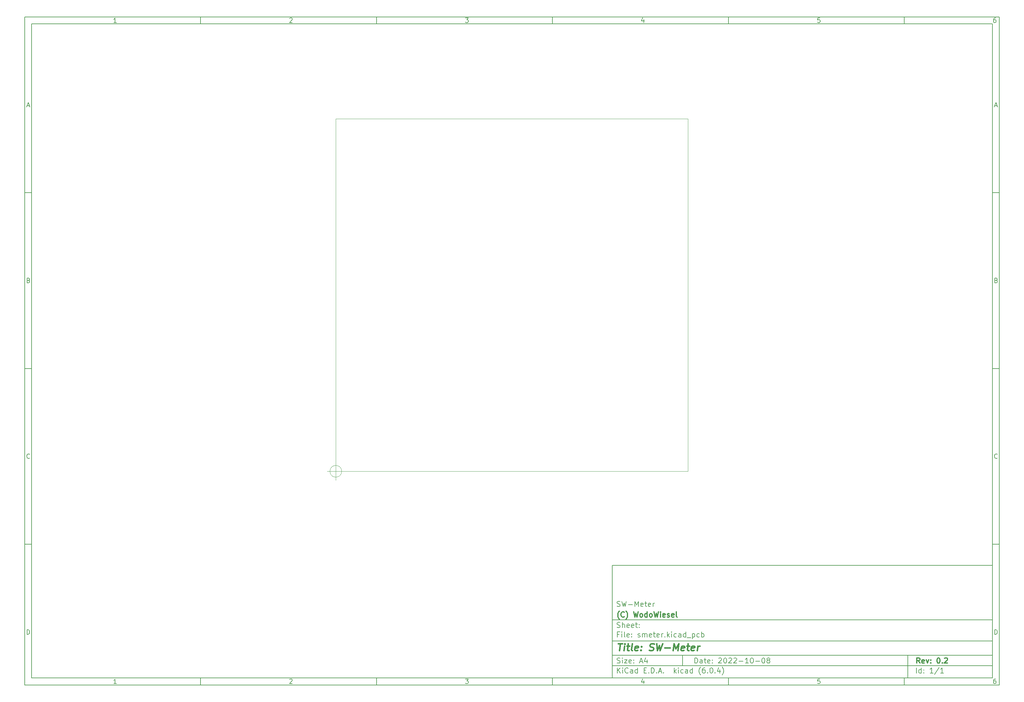
<source format=gbr>
%TF.GenerationSoftware,KiCad,Pcbnew,(6.0.4)*%
%TF.CreationDate,2022-10-08T16:22:46+02:00*%
%TF.ProjectId,smeter,736d6574-6572-42e6-9b69-6361645f7063,0.2*%
%TF.SameCoordinates,PX5de3a50PY84ba458*%
%TF.FileFunction,Paste,Bot*%
%TF.FilePolarity,Positive*%
%FSLAX46Y46*%
G04 Gerber Fmt 4.6, Leading zero omitted, Abs format (unit mm)*
G04 Created by KiCad (PCBNEW (6.0.4)) date 2022-10-08 16:22:46*
%MOMM*%
%LPD*%
G01*
G04 APERTURE LIST*
%ADD10C,0.100000*%
%ADD11C,0.150000*%
%ADD12C,0.300000*%
%ADD13C,0.400000*%
%TA.AperFunction,Profile*%
%ADD14C,0.100000*%
%TD*%
G04 APERTURE END LIST*
D10*
D11*
X78552200Y-26832200D02*
X78552200Y-58832200D01*
X186552200Y-58832200D01*
X186552200Y-26832200D01*
X78552200Y-26832200D01*
D10*
D11*
X-88450000Y129175000D02*
X-88450000Y-60832200D01*
X188552200Y-60832200D01*
X188552200Y129175000D01*
X-88450000Y129175000D01*
D10*
D11*
X-86450000Y127175000D02*
X-86450000Y-58832200D01*
X186552200Y-58832200D01*
X186552200Y127175000D01*
X-86450000Y127175000D01*
D10*
D11*
X-38450000Y127175000D02*
X-38450000Y129175000D01*
D10*
D11*
X11550000Y127175000D02*
X11550000Y129175000D01*
D10*
D11*
X61550000Y127175000D02*
X61550000Y129175000D01*
D10*
D11*
X111550000Y127175000D02*
X111550000Y129175000D01*
D10*
D11*
X161550000Y127175000D02*
X161550000Y129175000D01*
D10*
D11*
X-62384524Y127586905D02*
X-63127381Y127586905D01*
X-62755953Y127586905D02*
X-62755953Y128886905D01*
X-62879762Y128701191D01*
X-63003572Y128577381D01*
X-63127381Y128515477D01*
D10*
D11*
X-13127381Y128763096D02*
X-13065477Y128825000D01*
X-12941667Y128886905D01*
X-12632143Y128886905D01*
X-12508334Y128825000D01*
X-12446429Y128763096D01*
X-12384524Y128639286D01*
X-12384524Y128515477D01*
X-12446429Y128329762D01*
X-13189286Y127586905D01*
X-12384524Y127586905D01*
D10*
D11*
X36810714Y128886905D02*
X37615476Y128886905D01*
X37182142Y128391667D01*
X37367857Y128391667D01*
X37491666Y128329762D01*
X37553571Y128267858D01*
X37615476Y128144048D01*
X37615476Y127834524D01*
X37553571Y127710715D01*
X37491666Y127648810D01*
X37367857Y127586905D01*
X36996428Y127586905D01*
X36872619Y127648810D01*
X36810714Y127710715D01*
D10*
D11*
X87491666Y128453572D02*
X87491666Y127586905D01*
X87182142Y128948810D02*
X86872619Y128020239D01*
X87677380Y128020239D01*
D10*
D11*
X137553571Y128886905D02*
X136934523Y128886905D01*
X136872619Y128267858D01*
X136934523Y128329762D01*
X137058333Y128391667D01*
X137367857Y128391667D01*
X137491666Y128329762D01*
X137553571Y128267858D01*
X137615476Y128144048D01*
X137615476Y127834524D01*
X137553571Y127710715D01*
X137491666Y127648810D01*
X137367857Y127586905D01*
X137058333Y127586905D01*
X136934523Y127648810D01*
X136872619Y127710715D01*
D10*
D11*
X187491666Y128886905D02*
X187244047Y128886905D01*
X187120238Y128825000D01*
X187058333Y128763096D01*
X186934523Y128577381D01*
X186872619Y128329762D01*
X186872619Y127834524D01*
X186934523Y127710715D01*
X186996428Y127648810D01*
X187120238Y127586905D01*
X187367857Y127586905D01*
X187491666Y127648810D01*
X187553571Y127710715D01*
X187615476Y127834524D01*
X187615476Y128144048D01*
X187553571Y128267858D01*
X187491666Y128329762D01*
X187367857Y128391667D01*
X187120238Y128391667D01*
X186996428Y128329762D01*
X186934523Y128267858D01*
X186872619Y128144048D01*
D10*
D11*
X-38450000Y-58832200D02*
X-38450000Y-60832200D01*
D10*
D11*
X11550000Y-58832200D02*
X11550000Y-60832200D01*
D10*
D11*
X61550000Y-58832200D02*
X61550000Y-60832200D01*
D10*
D11*
X111550000Y-58832200D02*
X111550000Y-60832200D01*
D10*
D11*
X161550000Y-58832200D02*
X161550000Y-60832200D01*
D10*
D11*
X-62384524Y-60420295D02*
X-63127381Y-60420295D01*
X-62755953Y-60420295D02*
X-62755953Y-59120295D01*
X-62879762Y-59306009D01*
X-63003572Y-59429819D01*
X-63127381Y-59491723D01*
D10*
D11*
X-13127381Y-59244104D02*
X-13065477Y-59182200D01*
X-12941667Y-59120295D01*
X-12632143Y-59120295D01*
X-12508334Y-59182200D01*
X-12446429Y-59244104D01*
X-12384524Y-59367914D01*
X-12384524Y-59491723D01*
X-12446429Y-59677438D01*
X-13189286Y-60420295D01*
X-12384524Y-60420295D01*
D10*
D11*
X36810714Y-59120295D02*
X37615476Y-59120295D01*
X37182142Y-59615533D01*
X37367857Y-59615533D01*
X37491666Y-59677438D01*
X37553571Y-59739342D01*
X37615476Y-59863152D01*
X37615476Y-60172676D01*
X37553571Y-60296485D01*
X37491666Y-60358390D01*
X37367857Y-60420295D01*
X36996428Y-60420295D01*
X36872619Y-60358390D01*
X36810714Y-60296485D01*
D10*
D11*
X87491666Y-59553628D02*
X87491666Y-60420295D01*
X87182142Y-59058390D02*
X86872619Y-59986961D01*
X87677380Y-59986961D01*
D10*
D11*
X137553571Y-59120295D02*
X136934523Y-59120295D01*
X136872619Y-59739342D01*
X136934523Y-59677438D01*
X137058333Y-59615533D01*
X137367857Y-59615533D01*
X137491666Y-59677438D01*
X137553571Y-59739342D01*
X137615476Y-59863152D01*
X137615476Y-60172676D01*
X137553571Y-60296485D01*
X137491666Y-60358390D01*
X137367857Y-60420295D01*
X137058333Y-60420295D01*
X136934523Y-60358390D01*
X136872619Y-60296485D01*
D10*
D11*
X187491666Y-59120295D02*
X187244047Y-59120295D01*
X187120238Y-59182200D01*
X187058333Y-59244104D01*
X186934523Y-59429819D01*
X186872619Y-59677438D01*
X186872619Y-60172676D01*
X186934523Y-60296485D01*
X186996428Y-60358390D01*
X187120238Y-60420295D01*
X187367857Y-60420295D01*
X187491666Y-60358390D01*
X187553571Y-60296485D01*
X187615476Y-60172676D01*
X187615476Y-59863152D01*
X187553571Y-59739342D01*
X187491666Y-59677438D01*
X187367857Y-59615533D01*
X187120238Y-59615533D01*
X186996428Y-59677438D01*
X186934523Y-59739342D01*
X186872619Y-59863152D01*
D10*
D11*
X-88450000Y79175000D02*
X-86450000Y79175000D01*
D10*
D11*
X-88450000Y29175000D02*
X-86450000Y29175000D01*
D10*
D11*
X-88450000Y-20825000D02*
X-86450000Y-20825000D01*
D10*
D11*
X-87759524Y103958334D02*
X-87140477Y103958334D01*
X-87883334Y103586905D02*
X-87450000Y104886905D01*
X-87016667Y103586905D01*
D10*
D11*
X-87357143Y54267858D02*
X-87171429Y54205953D01*
X-87109524Y54144048D01*
X-87047620Y54020239D01*
X-87047620Y53834524D01*
X-87109524Y53710715D01*
X-87171429Y53648810D01*
X-87295239Y53586905D01*
X-87790477Y53586905D01*
X-87790477Y54886905D01*
X-87357143Y54886905D01*
X-87233334Y54825000D01*
X-87171429Y54763096D01*
X-87109524Y54639286D01*
X-87109524Y54515477D01*
X-87171429Y54391667D01*
X-87233334Y54329762D01*
X-87357143Y54267858D01*
X-87790477Y54267858D01*
D10*
D11*
X-87047620Y3710715D02*
X-87109524Y3648810D01*
X-87295239Y3586905D01*
X-87419048Y3586905D01*
X-87604762Y3648810D01*
X-87728572Y3772620D01*
X-87790477Y3896429D01*
X-87852381Y4144048D01*
X-87852381Y4329762D01*
X-87790477Y4577381D01*
X-87728572Y4701191D01*
X-87604762Y4825000D01*
X-87419048Y4886905D01*
X-87295239Y4886905D01*
X-87109524Y4825000D01*
X-87047620Y4763096D01*
D10*
D11*
X-87790477Y-46413095D02*
X-87790477Y-45113095D01*
X-87480953Y-45113095D01*
X-87295239Y-45175000D01*
X-87171429Y-45298809D01*
X-87109524Y-45422619D01*
X-87047620Y-45670238D01*
X-87047620Y-45855952D01*
X-87109524Y-46103571D01*
X-87171429Y-46227380D01*
X-87295239Y-46351190D01*
X-87480953Y-46413095D01*
X-87790477Y-46413095D01*
D10*
D11*
X188552200Y79175000D02*
X186552200Y79175000D01*
D10*
D11*
X188552200Y29175000D02*
X186552200Y29175000D01*
D10*
D11*
X188552200Y-20825000D02*
X186552200Y-20825000D01*
D10*
D11*
X187242676Y103958334D02*
X187861723Y103958334D01*
X187118866Y103586905D02*
X187552200Y104886905D01*
X187985533Y103586905D01*
D10*
D11*
X187645057Y54267858D02*
X187830771Y54205953D01*
X187892676Y54144048D01*
X187954580Y54020239D01*
X187954580Y53834524D01*
X187892676Y53710715D01*
X187830771Y53648810D01*
X187706961Y53586905D01*
X187211723Y53586905D01*
X187211723Y54886905D01*
X187645057Y54886905D01*
X187768866Y54825000D01*
X187830771Y54763096D01*
X187892676Y54639286D01*
X187892676Y54515477D01*
X187830771Y54391667D01*
X187768866Y54329762D01*
X187645057Y54267858D01*
X187211723Y54267858D01*
D10*
D11*
X187954580Y3710715D02*
X187892676Y3648810D01*
X187706961Y3586905D01*
X187583152Y3586905D01*
X187397438Y3648810D01*
X187273628Y3772620D01*
X187211723Y3896429D01*
X187149819Y4144048D01*
X187149819Y4329762D01*
X187211723Y4577381D01*
X187273628Y4701191D01*
X187397438Y4825000D01*
X187583152Y4886905D01*
X187706961Y4886905D01*
X187892676Y4825000D01*
X187954580Y4763096D01*
D10*
D11*
X187211723Y-46413095D02*
X187211723Y-45113095D01*
X187521247Y-45113095D01*
X187706961Y-45175000D01*
X187830771Y-45298809D01*
X187892676Y-45422619D01*
X187954580Y-45670238D01*
X187954580Y-45855952D01*
X187892676Y-46103571D01*
X187830771Y-46227380D01*
X187706961Y-46351190D01*
X187521247Y-46413095D01*
X187211723Y-46413095D01*
D10*
D11*
X101984342Y-54610771D02*
X101984342Y-53110771D01*
X102341485Y-53110771D01*
X102555771Y-53182200D01*
X102698628Y-53325057D01*
X102770057Y-53467914D01*
X102841485Y-53753628D01*
X102841485Y-53967914D01*
X102770057Y-54253628D01*
X102698628Y-54396485D01*
X102555771Y-54539342D01*
X102341485Y-54610771D01*
X101984342Y-54610771D01*
X104127200Y-54610771D02*
X104127200Y-53825057D01*
X104055771Y-53682200D01*
X103912914Y-53610771D01*
X103627200Y-53610771D01*
X103484342Y-53682200D01*
X104127200Y-54539342D02*
X103984342Y-54610771D01*
X103627200Y-54610771D01*
X103484342Y-54539342D01*
X103412914Y-54396485D01*
X103412914Y-54253628D01*
X103484342Y-54110771D01*
X103627200Y-54039342D01*
X103984342Y-54039342D01*
X104127200Y-53967914D01*
X104627200Y-53610771D02*
X105198628Y-53610771D01*
X104841485Y-53110771D02*
X104841485Y-54396485D01*
X104912914Y-54539342D01*
X105055771Y-54610771D01*
X105198628Y-54610771D01*
X106270057Y-54539342D02*
X106127200Y-54610771D01*
X105841485Y-54610771D01*
X105698628Y-54539342D01*
X105627200Y-54396485D01*
X105627200Y-53825057D01*
X105698628Y-53682200D01*
X105841485Y-53610771D01*
X106127200Y-53610771D01*
X106270057Y-53682200D01*
X106341485Y-53825057D01*
X106341485Y-53967914D01*
X105627200Y-54110771D01*
X106984342Y-54467914D02*
X107055771Y-54539342D01*
X106984342Y-54610771D01*
X106912914Y-54539342D01*
X106984342Y-54467914D01*
X106984342Y-54610771D01*
X106984342Y-53682200D02*
X107055771Y-53753628D01*
X106984342Y-53825057D01*
X106912914Y-53753628D01*
X106984342Y-53682200D01*
X106984342Y-53825057D01*
X108770057Y-53253628D02*
X108841485Y-53182200D01*
X108984342Y-53110771D01*
X109341485Y-53110771D01*
X109484342Y-53182200D01*
X109555771Y-53253628D01*
X109627200Y-53396485D01*
X109627200Y-53539342D01*
X109555771Y-53753628D01*
X108698628Y-54610771D01*
X109627200Y-54610771D01*
X110555771Y-53110771D02*
X110698628Y-53110771D01*
X110841485Y-53182200D01*
X110912914Y-53253628D01*
X110984342Y-53396485D01*
X111055771Y-53682200D01*
X111055771Y-54039342D01*
X110984342Y-54325057D01*
X110912914Y-54467914D01*
X110841485Y-54539342D01*
X110698628Y-54610771D01*
X110555771Y-54610771D01*
X110412914Y-54539342D01*
X110341485Y-54467914D01*
X110270057Y-54325057D01*
X110198628Y-54039342D01*
X110198628Y-53682200D01*
X110270057Y-53396485D01*
X110341485Y-53253628D01*
X110412914Y-53182200D01*
X110555771Y-53110771D01*
X111627200Y-53253628D02*
X111698628Y-53182200D01*
X111841485Y-53110771D01*
X112198628Y-53110771D01*
X112341485Y-53182200D01*
X112412914Y-53253628D01*
X112484342Y-53396485D01*
X112484342Y-53539342D01*
X112412914Y-53753628D01*
X111555771Y-54610771D01*
X112484342Y-54610771D01*
X113055771Y-53253628D02*
X113127200Y-53182200D01*
X113270057Y-53110771D01*
X113627200Y-53110771D01*
X113770057Y-53182200D01*
X113841485Y-53253628D01*
X113912914Y-53396485D01*
X113912914Y-53539342D01*
X113841485Y-53753628D01*
X112984342Y-54610771D01*
X113912914Y-54610771D01*
X114555771Y-54039342D02*
X115698628Y-54039342D01*
X117198628Y-54610771D02*
X116341485Y-54610771D01*
X116770057Y-54610771D02*
X116770057Y-53110771D01*
X116627200Y-53325057D01*
X116484342Y-53467914D01*
X116341485Y-53539342D01*
X118127200Y-53110771D02*
X118270057Y-53110771D01*
X118412914Y-53182200D01*
X118484342Y-53253628D01*
X118555771Y-53396485D01*
X118627200Y-53682200D01*
X118627200Y-54039342D01*
X118555771Y-54325057D01*
X118484342Y-54467914D01*
X118412914Y-54539342D01*
X118270057Y-54610771D01*
X118127200Y-54610771D01*
X117984342Y-54539342D01*
X117912914Y-54467914D01*
X117841485Y-54325057D01*
X117770057Y-54039342D01*
X117770057Y-53682200D01*
X117841485Y-53396485D01*
X117912914Y-53253628D01*
X117984342Y-53182200D01*
X118127200Y-53110771D01*
X119270057Y-54039342D02*
X120412914Y-54039342D01*
X121412914Y-53110771D02*
X121555771Y-53110771D01*
X121698628Y-53182200D01*
X121770057Y-53253628D01*
X121841485Y-53396485D01*
X121912914Y-53682200D01*
X121912914Y-54039342D01*
X121841485Y-54325057D01*
X121770057Y-54467914D01*
X121698628Y-54539342D01*
X121555771Y-54610771D01*
X121412914Y-54610771D01*
X121270057Y-54539342D01*
X121198628Y-54467914D01*
X121127200Y-54325057D01*
X121055771Y-54039342D01*
X121055771Y-53682200D01*
X121127200Y-53396485D01*
X121198628Y-53253628D01*
X121270057Y-53182200D01*
X121412914Y-53110771D01*
X122770057Y-53753628D02*
X122627200Y-53682200D01*
X122555771Y-53610771D01*
X122484342Y-53467914D01*
X122484342Y-53396485D01*
X122555771Y-53253628D01*
X122627200Y-53182200D01*
X122770057Y-53110771D01*
X123055771Y-53110771D01*
X123198628Y-53182200D01*
X123270057Y-53253628D01*
X123341485Y-53396485D01*
X123341485Y-53467914D01*
X123270057Y-53610771D01*
X123198628Y-53682200D01*
X123055771Y-53753628D01*
X122770057Y-53753628D01*
X122627200Y-53825057D01*
X122555771Y-53896485D01*
X122484342Y-54039342D01*
X122484342Y-54325057D01*
X122555771Y-54467914D01*
X122627200Y-54539342D01*
X122770057Y-54610771D01*
X123055771Y-54610771D01*
X123198628Y-54539342D01*
X123270057Y-54467914D01*
X123341485Y-54325057D01*
X123341485Y-54039342D01*
X123270057Y-53896485D01*
X123198628Y-53825057D01*
X123055771Y-53753628D01*
D10*
D11*
X78552200Y-55332200D02*
X186552200Y-55332200D01*
D10*
D11*
X79984342Y-57410771D02*
X79984342Y-55910771D01*
X80841485Y-57410771D02*
X80198628Y-56553628D01*
X80841485Y-55910771D02*
X79984342Y-56767914D01*
X81484342Y-57410771D02*
X81484342Y-56410771D01*
X81484342Y-55910771D02*
X81412914Y-55982200D01*
X81484342Y-56053628D01*
X81555771Y-55982200D01*
X81484342Y-55910771D01*
X81484342Y-56053628D01*
X83055771Y-57267914D02*
X82984342Y-57339342D01*
X82770057Y-57410771D01*
X82627200Y-57410771D01*
X82412914Y-57339342D01*
X82270057Y-57196485D01*
X82198628Y-57053628D01*
X82127200Y-56767914D01*
X82127200Y-56553628D01*
X82198628Y-56267914D01*
X82270057Y-56125057D01*
X82412914Y-55982200D01*
X82627200Y-55910771D01*
X82770057Y-55910771D01*
X82984342Y-55982200D01*
X83055771Y-56053628D01*
X84341485Y-57410771D02*
X84341485Y-56625057D01*
X84270057Y-56482200D01*
X84127200Y-56410771D01*
X83841485Y-56410771D01*
X83698628Y-56482200D01*
X84341485Y-57339342D02*
X84198628Y-57410771D01*
X83841485Y-57410771D01*
X83698628Y-57339342D01*
X83627200Y-57196485D01*
X83627200Y-57053628D01*
X83698628Y-56910771D01*
X83841485Y-56839342D01*
X84198628Y-56839342D01*
X84341485Y-56767914D01*
X85698628Y-57410771D02*
X85698628Y-55910771D01*
X85698628Y-57339342D02*
X85555771Y-57410771D01*
X85270057Y-57410771D01*
X85127200Y-57339342D01*
X85055771Y-57267914D01*
X84984342Y-57125057D01*
X84984342Y-56696485D01*
X85055771Y-56553628D01*
X85127200Y-56482200D01*
X85270057Y-56410771D01*
X85555771Y-56410771D01*
X85698628Y-56482200D01*
X87555771Y-56625057D02*
X88055771Y-56625057D01*
X88270057Y-57410771D02*
X87555771Y-57410771D01*
X87555771Y-55910771D01*
X88270057Y-55910771D01*
X88912914Y-57267914D02*
X88984342Y-57339342D01*
X88912914Y-57410771D01*
X88841485Y-57339342D01*
X88912914Y-57267914D01*
X88912914Y-57410771D01*
X89627200Y-57410771D02*
X89627200Y-55910771D01*
X89984342Y-55910771D01*
X90198628Y-55982200D01*
X90341485Y-56125057D01*
X90412914Y-56267914D01*
X90484342Y-56553628D01*
X90484342Y-56767914D01*
X90412914Y-57053628D01*
X90341485Y-57196485D01*
X90198628Y-57339342D01*
X89984342Y-57410771D01*
X89627200Y-57410771D01*
X91127200Y-57267914D02*
X91198628Y-57339342D01*
X91127200Y-57410771D01*
X91055771Y-57339342D01*
X91127200Y-57267914D01*
X91127200Y-57410771D01*
X91770057Y-56982200D02*
X92484342Y-56982200D01*
X91627200Y-57410771D02*
X92127200Y-55910771D01*
X92627200Y-57410771D01*
X93127200Y-57267914D02*
X93198628Y-57339342D01*
X93127200Y-57410771D01*
X93055771Y-57339342D01*
X93127200Y-57267914D01*
X93127200Y-57410771D01*
X96127200Y-57410771D02*
X96127200Y-55910771D01*
X96270057Y-56839342D02*
X96698628Y-57410771D01*
X96698628Y-56410771D02*
X96127200Y-56982200D01*
X97341485Y-57410771D02*
X97341485Y-56410771D01*
X97341485Y-55910771D02*
X97270057Y-55982200D01*
X97341485Y-56053628D01*
X97412914Y-55982200D01*
X97341485Y-55910771D01*
X97341485Y-56053628D01*
X98698628Y-57339342D02*
X98555771Y-57410771D01*
X98270057Y-57410771D01*
X98127200Y-57339342D01*
X98055771Y-57267914D01*
X97984342Y-57125057D01*
X97984342Y-56696485D01*
X98055771Y-56553628D01*
X98127200Y-56482200D01*
X98270057Y-56410771D01*
X98555771Y-56410771D01*
X98698628Y-56482200D01*
X99984342Y-57410771D02*
X99984342Y-56625057D01*
X99912914Y-56482200D01*
X99770057Y-56410771D01*
X99484342Y-56410771D01*
X99341485Y-56482200D01*
X99984342Y-57339342D02*
X99841485Y-57410771D01*
X99484342Y-57410771D01*
X99341485Y-57339342D01*
X99270057Y-57196485D01*
X99270057Y-57053628D01*
X99341485Y-56910771D01*
X99484342Y-56839342D01*
X99841485Y-56839342D01*
X99984342Y-56767914D01*
X101341485Y-57410771D02*
X101341485Y-55910771D01*
X101341485Y-57339342D02*
X101198628Y-57410771D01*
X100912914Y-57410771D01*
X100770057Y-57339342D01*
X100698628Y-57267914D01*
X100627200Y-57125057D01*
X100627200Y-56696485D01*
X100698628Y-56553628D01*
X100770057Y-56482200D01*
X100912914Y-56410771D01*
X101198628Y-56410771D01*
X101341485Y-56482200D01*
X103627200Y-57982200D02*
X103555771Y-57910771D01*
X103412914Y-57696485D01*
X103341485Y-57553628D01*
X103270057Y-57339342D01*
X103198628Y-56982200D01*
X103198628Y-56696485D01*
X103270057Y-56339342D01*
X103341485Y-56125057D01*
X103412914Y-55982200D01*
X103555771Y-55767914D01*
X103627200Y-55696485D01*
X104841485Y-55910771D02*
X104555771Y-55910771D01*
X104412914Y-55982200D01*
X104341485Y-56053628D01*
X104198628Y-56267914D01*
X104127200Y-56553628D01*
X104127200Y-57125057D01*
X104198628Y-57267914D01*
X104270057Y-57339342D01*
X104412914Y-57410771D01*
X104698628Y-57410771D01*
X104841485Y-57339342D01*
X104912914Y-57267914D01*
X104984342Y-57125057D01*
X104984342Y-56767914D01*
X104912914Y-56625057D01*
X104841485Y-56553628D01*
X104698628Y-56482200D01*
X104412914Y-56482200D01*
X104270057Y-56553628D01*
X104198628Y-56625057D01*
X104127200Y-56767914D01*
X105627200Y-57267914D02*
X105698628Y-57339342D01*
X105627200Y-57410771D01*
X105555771Y-57339342D01*
X105627200Y-57267914D01*
X105627200Y-57410771D01*
X106627200Y-55910771D02*
X106770057Y-55910771D01*
X106912914Y-55982200D01*
X106984342Y-56053628D01*
X107055771Y-56196485D01*
X107127200Y-56482200D01*
X107127200Y-56839342D01*
X107055771Y-57125057D01*
X106984342Y-57267914D01*
X106912914Y-57339342D01*
X106770057Y-57410771D01*
X106627200Y-57410771D01*
X106484342Y-57339342D01*
X106412914Y-57267914D01*
X106341485Y-57125057D01*
X106270057Y-56839342D01*
X106270057Y-56482200D01*
X106341485Y-56196485D01*
X106412914Y-56053628D01*
X106484342Y-55982200D01*
X106627200Y-55910771D01*
X107770057Y-57267914D02*
X107841485Y-57339342D01*
X107770057Y-57410771D01*
X107698628Y-57339342D01*
X107770057Y-57267914D01*
X107770057Y-57410771D01*
X109127200Y-56410771D02*
X109127200Y-57410771D01*
X108770057Y-55839342D02*
X108412914Y-56910771D01*
X109341485Y-56910771D01*
X109770057Y-57982200D02*
X109841485Y-57910771D01*
X109984342Y-57696485D01*
X110055771Y-57553628D01*
X110127200Y-57339342D01*
X110198628Y-56982200D01*
X110198628Y-56696485D01*
X110127200Y-56339342D01*
X110055771Y-56125057D01*
X109984342Y-55982200D01*
X109841485Y-55767914D01*
X109770057Y-55696485D01*
D10*
D11*
X78552200Y-52332200D02*
X186552200Y-52332200D01*
D10*
D12*
X165961485Y-54610771D02*
X165461485Y-53896485D01*
X165104342Y-54610771D02*
X165104342Y-53110771D01*
X165675771Y-53110771D01*
X165818628Y-53182200D01*
X165890057Y-53253628D01*
X165961485Y-53396485D01*
X165961485Y-53610771D01*
X165890057Y-53753628D01*
X165818628Y-53825057D01*
X165675771Y-53896485D01*
X165104342Y-53896485D01*
X167175771Y-54539342D02*
X167032914Y-54610771D01*
X166747200Y-54610771D01*
X166604342Y-54539342D01*
X166532914Y-54396485D01*
X166532914Y-53825057D01*
X166604342Y-53682200D01*
X166747200Y-53610771D01*
X167032914Y-53610771D01*
X167175771Y-53682200D01*
X167247200Y-53825057D01*
X167247200Y-53967914D01*
X166532914Y-54110771D01*
X167747200Y-53610771D02*
X168104342Y-54610771D01*
X168461485Y-53610771D01*
X169032914Y-54467914D02*
X169104342Y-54539342D01*
X169032914Y-54610771D01*
X168961485Y-54539342D01*
X169032914Y-54467914D01*
X169032914Y-54610771D01*
X169032914Y-53682200D02*
X169104342Y-53753628D01*
X169032914Y-53825057D01*
X168961485Y-53753628D01*
X169032914Y-53682200D01*
X169032914Y-53825057D01*
X171175771Y-53110771D02*
X171318628Y-53110771D01*
X171461485Y-53182200D01*
X171532914Y-53253628D01*
X171604342Y-53396485D01*
X171675771Y-53682200D01*
X171675771Y-54039342D01*
X171604342Y-54325057D01*
X171532914Y-54467914D01*
X171461485Y-54539342D01*
X171318628Y-54610771D01*
X171175771Y-54610771D01*
X171032914Y-54539342D01*
X170961485Y-54467914D01*
X170890057Y-54325057D01*
X170818628Y-54039342D01*
X170818628Y-53682200D01*
X170890057Y-53396485D01*
X170961485Y-53253628D01*
X171032914Y-53182200D01*
X171175771Y-53110771D01*
X172318628Y-54467914D02*
X172390057Y-54539342D01*
X172318628Y-54610771D01*
X172247200Y-54539342D01*
X172318628Y-54467914D01*
X172318628Y-54610771D01*
X172961485Y-53253628D02*
X173032914Y-53182200D01*
X173175771Y-53110771D01*
X173532914Y-53110771D01*
X173675771Y-53182200D01*
X173747200Y-53253628D01*
X173818628Y-53396485D01*
X173818628Y-53539342D01*
X173747200Y-53753628D01*
X172890057Y-54610771D01*
X173818628Y-54610771D01*
D10*
D11*
X79912914Y-54539342D02*
X80127200Y-54610771D01*
X80484342Y-54610771D01*
X80627200Y-54539342D01*
X80698628Y-54467914D01*
X80770057Y-54325057D01*
X80770057Y-54182200D01*
X80698628Y-54039342D01*
X80627200Y-53967914D01*
X80484342Y-53896485D01*
X80198628Y-53825057D01*
X80055771Y-53753628D01*
X79984342Y-53682200D01*
X79912914Y-53539342D01*
X79912914Y-53396485D01*
X79984342Y-53253628D01*
X80055771Y-53182200D01*
X80198628Y-53110771D01*
X80555771Y-53110771D01*
X80770057Y-53182200D01*
X81412914Y-54610771D02*
X81412914Y-53610771D01*
X81412914Y-53110771D02*
X81341485Y-53182200D01*
X81412914Y-53253628D01*
X81484342Y-53182200D01*
X81412914Y-53110771D01*
X81412914Y-53253628D01*
X81984342Y-53610771D02*
X82770057Y-53610771D01*
X81984342Y-54610771D01*
X82770057Y-54610771D01*
X83912914Y-54539342D02*
X83770057Y-54610771D01*
X83484342Y-54610771D01*
X83341485Y-54539342D01*
X83270057Y-54396485D01*
X83270057Y-53825057D01*
X83341485Y-53682200D01*
X83484342Y-53610771D01*
X83770057Y-53610771D01*
X83912914Y-53682200D01*
X83984342Y-53825057D01*
X83984342Y-53967914D01*
X83270057Y-54110771D01*
X84627200Y-54467914D02*
X84698628Y-54539342D01*
X84627200Y-54610771D01*
X84555771Y-54539342D01*
X84627200Y-54467914D01*
X84627200Y-54610771D01*
X84627200Y-53682200D02*
X84698628Y-53753628D01*
X84627200Y-53825057D01*
X84555771Y-53753628D01*
X84627200Y-53682200D01*
X84627200Y-53825057D01*
X86412914Y-54182200D02*
X87127200Y-54182200D01*
X86270057Y-54610771D02*
X86770057Y-53110771D01*
X87270057Y-54610771D01*
X88412914Y-53610771D02*
X88412914Y-54610771D01*
X88055771Y-53039342D02*
X87698628Y-54110771D01*
X88627200Y-54110771D01*
D10*
D11*
X164984342Y-57410771D02*
X164984342Y-55910771D01*
X166341485Y-57410771D02*
X166341485Y-55910771D01*
X166341485Y-57339342D02*
X166198628Y-57410771D01*
X165912914Y-57410771D01*
X165770057Y-57339342D01*
X165698628Y-57267914D01*
X165627200Y-57125057D01*
X165627200Y-56696485D01*
X165698628Y-56553628D01*
X165770057Y-56482200D01*
X165912914Y-56410771D01*
X166198628Y-56410771D01*
X166341485Y-56482200D01*
X167055771Y-57267914D02*
X167127200Y-57339342D01*
X167055771Y-57410771D01*
X166984342Y-57339342D01*
X167055771Y-57267914D01*
X167055771Y-57410771D01*
X167055771Y-56482200D02*
X167127200Y-56553628D01*
X167055771Y-56625057D01*
X166984342Y-56553628D01*
X167055771Y-56482200D01*
X167055771Y-56625057D01*
X169698628Y-57410771D02*
X168841485Y-57410771D01*
X169270057Y-57410771D02*
X169270057Y-55910771D01*
X169127200Y-56125057D01*
X168984342Y-56267914D01*
X168841485Y-56339342D01*
X171412914Y-55839342D02*
X170127200Y-57767914D01*
X172698628Y-57410771D02*
X171841485Y-57410771D01*
X172270057Y-57410771D02*
X172270057Y-55910771D01*
X172127200Y-56125057D01*
X171984342Y-56267914D01*
X171841485Y-56339342D01*
D10*
D11*
X78552200Y-48332200D02*
X186552200Y-48332200D01*
D10*
D13*
X80264580Y-49036961D02*
X81407438Y-49036961D01*
X80586009Y-51036961D02*
X80836009Y-49036961D01*
X81824104Y-51036961D02*
X81990771Y-49703628D01*
X82074104Y-49036961D02*
X81966961Y-49132200D01*
X82050295Y-49227438D01*
X82157438Y-49132200D01*
X82074104Y-49036961D01*
X82050295Y-49227438D01*
X82657438Y-49703628D02*
X83419342Y-49703628D01*
X83026485Y-49036961D02*
X82812200Y-50751247D01*
X82883628Y-50941723D01*
X83062200Y-51036961D01*
X83252676Y-51036961D01*
X84205057Y-51036961D02*
X84026485Y-50941723D01*
X83955057Y-50751247D01*
X84169342Y-49036961D01*
X85740771Y-50941723D02*
X85538390Y-51036961D01*
X85157438Y-51036961D01*
X84978866Y-50941723D01*
X84907438Y-50751247D01*
X85002676Y-49989342D01*
X85121723Y-49798866D01*
X85324104Y-49703628D01*
X85705057Y-49703628D01*
X85883628Y-49798866D01*
X85955057Y-49989342D01*
X85931247Y-50179819D01*
X84955057Y-50370295D01*
X86705057Y-50846485D02*
X86788390Y-50941723D01*
X86681247Y-51036961D01*
X86597914Y-50941723D01*
X86705057Y-50846485D01*
X86681247Y-51036961D01*
X86836009Y-49798866D02*
X86919342Y-49894104D01*
X86812200Y-49989342D01*
X86728866Y-49894104D01*
X86836009Y-49798866D01*
X86812200Y-49989342D01*
X89074104Y-50941723D02*
X89347914Y-51036961D01*
X89824104Y-51036961D01*
X90026485Y-50941723D01*
X90133628Y-50846485D01*
X90252676Y-50656009D01*
X90276485Y-50465533D01*
X90205057Y-50275057D01*
X90121723Y-50179819D01*
X89943152Y-50084580D01*
X89574104Y-49989342D01*
X89395533Y-49894104D01*
X89312200Y-49798866D01*
X89240771Y-49608390D01*
X89264580Y-49417914D01*
X89383628Y-49227438D01*
X89490771Y-49132200D01*
X89693152Y-49036961D01*
X90169342Y-49036961D01*
X90443152Y-49132200D01*
X91121723Y-49036961D02*
X91347914Y-51036961D01*
X91907438Y-49608390D01*
X92109819Y-51036961D01*
X92836009Y-49036961D01*
X93443152Y-50275057D02*
X94966961Y-50275057D01*
X95824104Y-51036961D02*
X96074104Y-49036961D01*
X96562200Y-50465533D01*
X97407438Y-49036961D01*
X97157438Y-51036961D01*
X98883628Y-50941723D02*
X98681247Y-51036961D01*
X98300295Y-51036961D01*
X98121723Y-50941723D01*
X98050295Y-50751247D01*
X98145533Y-49989342D01*
X98264580Y-49798866D01*
X98466961Y-49703628D01*
X98847914Y-49703628D01*
X99026485Y-49798866D01*
X99097914Y-49989342D01*
X99074104Y-50179819D01*
X98097914Y-50370295D01*
X99705057Y-49703628D02*
X100466961Y-49703628D01*
X100074104Y-49036961D02*
X99859819Y-50751247D01*
X99931247Y-50941723D01*
X100109819Y-51036961D01*
X100300295Y-51036961D01*
X101740771Y-50941723D02*
X101538390Y-51036961D01*
X101157438Y-51036961D01*
X100978866Y-50941723D01*
X100907438Y-50751247D01*
X101002676Y-49989342D01*
X101121723Y-49798866D01*
X101324104Y-49703628D01*
X101705057Y-49703628D01*
X101883628Y-49798866D01*
X101955057Y-49989342D01*
X101931247Y-50179819D01*
X100955057Y-50370295D01*
X102681247Y-51036961D02*
X102847914Y-49703628D01*
X102800295Y-50084580D02*
X102919342Y-49894104D01*
X103026485Y-49798866D01*
X103228866Y-49703628D01*
X103419342Y-49703628D01*
D10*
D11*
X80484342Y-46425057D02*
X79984342Y-46425057D01*
X79984342Y-47210771D02*
X79984342Y-45710771D01*
X80698628Y-45710771D01*
X81270057Y-47210771D02*
X81270057Y-46210771D01*
X81270057Y-45710771D02*
X81198628Y-45782200D01*
X81270057Y-45853628D01*
X81341485Y-45782200D01*
X81270057Y-45710771D01*
X81270057Y-45853628D01*
X82198628Y-47210771D02*
X82055771Y-47139342D01*
X81984342Y-46996485D01*
X81984342Y-45710771D01*
X83341485Y-47139342D02*
X83198628Y-47210771D01*
X82912914Y-47210771D01*
X82770057Y-47139342D01*
X82698628Y-46996485D01*
X82698628Y-46425057D01*
X82770057Y-46282200D01*
X82912914Y-46210771D01*
X83198628Y-46210771D01*
X83341485Y-46282200D01*
X83412914Y-46425057D01*
X83412914Y-46567914D01*
X82698628Y-46710771D01*
X84055771Y-47067914D02*
X84127200Y-47139342D01*
X84055771Y-47210771D01*
X83984342Y-47139342D01*
X84055771Y-47067914D01*
X84055771Y-47210771D01*
X84055771Y-46282200D02*
X84127200Y-46353628D01*
X84055771Y-46425057D01*
X83984342Y-46353628D01*
X84055771Y-46282200D01*
X84055771Y-46425057D01*
X85841485Y-47139342D02*
X85984342Y-47210771D01*
X86270057Y-47210771D01*
X86412914Y-47139342D01*
X86484342Y-46996485D01*
X86484342Y-46925057D01*
X86412914Y-46782200D01*
X86270057Y-46710771D01*
X86055771Y-46710771D01*
X85912914Y-46639342D01*
X85841485Y-46496485D01*
X85841485Y-46425057D01*
X85912914Y-46282200D01*
X86055771Y-46210771D01*
X86270057Y-46210771D01*
X86412914Y-46282200D01*
X87127200Y-47210771D02*
X87127200Y-46210771D01*
X87127200Y-46353628D02*
X87198628Y-46282200D01*
X87341485Y-46210771D01*
X87555771Y-46210771D01*
X87698628Y-46282200D01*
X87770057Y-46425057D01*
X87770057Y-47210771D01*
X87770057Y-46425057D02*
X87841485Y-46282200D01*
X87984342Y-46210771D01*
X88198628Y-46210771D01*
X88341485Y-46282200D01*
X88412914Y-46425057D01*
X88412914Y-47210771D01*
X89698628Y-47139342D02*
X89555771Y-47210771D01*
X89270057Y-47210771D01*
X89127200Y-47139342D01*
X89055771Y-46996485D01*
X89055771Y-46425057D01*
X89127200Y-46282200D01*
X89270057Y-46210771D01*
X89555771Y-46210771D01*
X89698628Y-46282200D01*
X89770057Y-46425057D01*
X89770057Y-46567914D01*
X89055771Y-46710771D01*
X90198628Y-46210771D02*
X90770057Y-46210771D01*
X90412914Y-45710771D02*
X90412914Y-46996485D01*
X90484342Y-47139342D01*
X90627200Y-47210771D01*
X90770057Y-47210771D01*
X91841485Y-47139342D02*
X91698628Y-47210771D01*
X91412914Y-47210771D01*
X91270057Y-47139342D01*
X91198628Y-46996485D01*
X91198628Y-46425057D01*
X91270057Y-46282200D01*
X91412914Y-46210771D01*
X91698628Y-46210771D01*
X91841485Y-46282200D01*
X91912914Y-46425057D01*
X91912914Y-46567914D01*
X91198628Y-46710771D01*
X92555771Y-47210771D02*
X92555771Y-46210771D01*
X92555771Y-46496485D02*
X92627200Y-46353628D01*
X92698628Y-46282200D01*
X92841485Y-46210771D01*
X92984342Y-46210771D01*
X93484342Y-47067914D02*
X93555771Y-47139342D01*
X93484342Y-47210771D01*
X93412914Y-47139342D01*
X93484342Y-47067914D01*
X93484342Y-47210771D01*
X94198628Y-47210771D02*
X94198628Y-45710771D01*
X94341485Y-46639342D02*
X94770057Y-47210771D01*
X94770057Y-46210771D02*
X94198628Y-46782200D01*
X95412914Y-47210771D02*
X95412914Y-46210771D01*
X95412914Y-45710771D02*
X95341485Y-45782200D01*
X95412914Y-45853628D01*
X95484342Y-45782200D01*
X95412914Y-45710771D01*
X95412914Y-45853628D01*
X96770057Y-47139342D02*
X96627200Y-47210771D01*
X96341485Y-47210771D01*
X96198628Y-47139342D01*
X96127200Y-47067914D01*
X96055771Y-46925057D01*
X96055771Y-46496485D01*
X96127200Y-46353628D01*
X96198628Y-46282200D01*
X96341485Y-46210771D01*
X96627200Y-46210771D01*
X96770057Y-46282200D01*
X98055771Y-47210771D02*
X98055771Y-46425057D01*
X97984342Y-46282200D01*
X97841485Y-46210771D01*
X97555771Y-46210771D01*
X97412914Y-46282200D01*
X98055771Y-47139342D02*
X97912914Y-47210771D01*
X97555771Y-47210771D01*
X97412914Y-47139342D01*
X97341485Y-46996485D01*
X97341485Y-46853628D01*
X97412914Y-46710771D01*
X97555771Y-46639342D01*
X97912914Y-46639342D01*
X98055771Y-46567914D01*
X99412914Y-47210771D02*
X99412914Y-45710771D01*
X99412914Y-47139342D02*
X99270057Y-47210771D01*
X98984342Y-47210771D01*
X98841485Y-47139342D01*
X98770057Y-47067914D01*
X98698628Y-46925057D01*
X98698628Y-46496485D01*
X98770057Y-46353628D01*
X98841485Y-46282200D01*
X98984342Y-46210771D01*
X99270057Y-46210771D01*
X99412914Y-46282200D01*
X99770057Y-47353628D02*
X100912914Y-47353628D01*
X101270057Y-46210771D02*
X101270057Y-47710771D01*
X101270057Y-46282200D02*
X101412914Y-46210771D01*
X101698628Y-46210771D01*
X101841485Y-46282200D01*
X101912914Y-46353628D01*
X101984342Y-46496485D01*
X101984342Y-46925057D01*
X101912914Y-47067914D01*
X101841485Y-47139342D01*
X101698628Y-47210771D01*
X101412914Y-47210771D01*
X101270057Y-47139342D01*
X103270057Y-47139342D02*
X103127200Y-47210771D01*
X102841485Y-47210771D01*
X102698628Y-47139342D01*
X102627200Y-47067914D01*
X102555771Y-46925057D01*
X102555771Y-46496485D01*
X102627200Y-46353628D01*
X102698628Y-46282200D01*
X102841485Y-46210771D01*
X103127200Y-46210771D01*
X103270057Y-46282200D01*
X103912914Y-47210771D02*
X103912914Y-45710771D01*
X103912914Y-46282200D02*
X104055771Y-46210771D01*
X104341485Y-46210771D01*
X104484342Y-46282200D01*
X104555771Y-46353628D01*
X104627200Y-46496485D01*
X104627200Y-46925057D01*
X104555771Y-47067914D01*
X104484342Y-47139342D01*
X104341485Y-47210771D01*
X104055771Y-47210771D01*
X103912914Y-47139342D01*
D10*
D11*
X78552200Y-42332200D02*
X186552200Y-42332200D01*
D10*
D11*
X79912914Y-44439342D02*
X80127200Y-44510771D01*
X80484342Y-44510771D01*
X80627200Y-44439342D01*
X80698628Y-44367914D01*
X80770057Y-44225057D01*
X80770057Y-44082200D01*
X80698628Y-43939342D01*
X80627200Y-43867914D01*
X80484342Y-43796485D01*
X80198628Y-43725057D01*
X80055771Y-43653628D01*
X79984342Y-43582200D01*
X79912914Y-43439342D01*
X79912914Y-43296485D01*
X79984342Y-43153628D01*
X80055771Y-43082200D01*
X80198628Y-43010771D01*
X80555771Y-43010771D01*
X80770057Y-43082200D01*
X81412914Y-44510771D02*
X81412914Y-43010771D01*
X82055771Y-44510771D02*
X82055771Y-43725057D01*
X81984342Y-43582200D01*
X81841485Y-43510771D01*
X81627200Y-43510771D01*
X81484342Y-43582200D01*
X81412914Y-43653628D01*
X83341485Y-44439342D02*
X83198628Y-44510771D01*
X82912914Y-44510771D01*
X82770057Y-44439342D01*
X82698628Y-44296485D01*
X82698628Y-43725057D01*
X82770057Y-43582200D01*
X82912914Y-43510771D01*
X83198628Y-43510771D01*
X83341485Y-43582200D01*
X83412914Y-43725057D01*
X83412914Y-43867914D01*
X82698628Y-44010771D01*
X84627200Y-44439342D02*
X84484342Y-44510771D01*
X84198628Y-44510771D01*
X84055771Y-44439342D01*
X83984342Y-44296485D01*
X83984342Y-43725057D01*
X84055771Y-43582200D01*
X84198628Y-43510771D01*
X84484342Y-43510771D01*
X84627200Y-43582200D01*
X84698628Y-43725057D01*
X84698628Y-43867914D01*
X83984342Y-44010771D01*
X85127200Y-43510771D02*
X85698628Y-43510771D01*
X85341485Y-43010771D02*
X85341485Y-44296485D01*
X85412914Y-44439342D01*
X85555771Y-44510771D01*
X85698628Y-44510771D01*
X86198628Y-44367914D02*
X86270057Y-44439342D01*
X86198628Y-44510771D01*
X86127200Y-44439342D01*
X86198628Y-44367914D01*
X86198628Y-44510771D01*
X86198628Y-43582200D02*
X86270057Y-43653628D01*
X86198628Y-43725057D01*
X86127200Y-43653628D01*
X86198628Y-43582200D01*
X86198628Y-43725057D01*
D10*
D12*
X80532914Y-42082200D02*
X80461485Y-42010771D01*
X80318628Y-41796485D01*
X80247200Y-41653628D01*
X80175771Y-41439342D01*
X80104342Y-41082200D01*
X80104342Y-40796485D01*
X80175771Y-40439342D01*
X80247200Y-40225057D01*
X80318628Y-40082200D01*
X80461485Y-39867914D01*
X80532914Y-39796485D01*
X81961485Y-41367914D02*
X81890057Y-41439342D01*
X81675771Y-41510771D01*
X81532914Y-41510771D01*
X81318628Y-41439342D01*
X81175771Y-41296485D01*
X81104342Y-41153628D01*
X81032914Y-40867914D01*
X81032914Y-40653628D01*
X81104342Y-40367914D01*
X81175771Y-40225057D01*
X81318628Y-40082200D01*
X81532914Y-40010771D01*
X81675771Y-40010771D01*
X81890057Y-40082200D01*
X81961485Y-40153628D01*
X82461485Y-42082200D02*
X82532914Y-42010771D01*
X82675771Y-41796485D01*
X82747200Y-41653628D01*
X82818628Y-41439342D01*
X82890057Y-41082200D01*
X82890057Y-40796485D01*
X82818628Y-40439342D01*
X82747200Y-40225057D01*
X82675771Y-40082200D01*
X82532914Y-39867914D01*
X82461485Y-39796485D01*
X84604342Y-40010771D02*
X84961485Y-41510771D01*
X85247200Y-40439342D01*
X85532914Y-41510771D01*
X85890057Y-40010771D01*
X86675771Y-41510771D02*
X86532914Y-41439342D01*
X86461485Y-41367914D01*
X86390057Y-41225057D01*
X86390057Y-40796485D01*
X86461485Y-40653628D01*
X86532914Y-40582200D01*
X86675771Y-40510771D01*
X86890057Y-40510771D01*
X87032914Y-40582200D01*
X87104342Y-40653628D01*
X87175771Y-40796485D01*
X87175771Y-41225057D01*
X87104342Y-41367914D01*
X87032914Y-41439342D01*
X86890057Y-41510771D01*
X86675771Y-41510771D01*
X88461485Y-41510771D02*
X88461485Y-40010771D01*
X88461485Y-41439342D02*
X88318628Y-41510771D01*
X88032914Y-41510771D01*
X87890057Y-41439342D01*
X87818628Y-41367914D01*
X87747200Y-41225057D01*
X87747200Y-40796485D01*
X87818628Y-40653628D01*
X87890057Y-40582200D01*
X88032914Y-40510771D01*
X88318628Y-40510771D01*
X88461485Y-40582200D01*
X89390057Y-41510771D02*
X89247200Y-41439342D01*
X89175771Y-41367914D01*
X89104342Y-41225057D01*
X89104342Y-40796485D01*
X89175771Y-40653628D01*
X89247200Y-40582200D01*
X89390057Y-40510771D01*
X89604342Y-40510771D01*
X89747200Y-40582200D01*
X89818628Y-40653628D01*
X89890057Y-40796485D01*
X89890057Y-41225057D01*
X89818628Y-41367914D01*
X89747200Y-41439342D01*
X89604342Y-41510771D01*
X89390057Y-41510771D01*
X90390057Y-40010771D02*
X90747200Y-41510771D01*
X91032914Y-40439342D01*
X91318628Y-41510771D01*
X91675771Y-40010771D01*
X92247200Y-41510771D02*
X92247200Y-40510771D01*
X92247200Y-40010771D02*
X92175771Y-40082200D01*
X92247200Y-40153628D01*
X92318628Y-40082200D01*
X92247200Y-40010771D01*
X92247200Y-40153628D01*
X93532914Y-41439342D02*
X93390057Y-41510771D01*
X93104342Y-41510771D01*
X92961485Y-41439342D01*
X92890057Y-41296485D01*
X92890057Y-40725057D01*
X92961485Y-40582200D01*
X93104342Y-40510771D01*
X93390057Y-40510771D01*
X93532914Y-40582200D01*
X93604342Y-40725057D01*
X93604342Y-40867914D01*
X92890057Y-41010771D01*
X94175771Y-41439342D02*
X94318628Y-41510771D01*
X94604342Y-41510771D01*
X94747200Y-41439342D01*
X94818628Y-41296485D01*
X94818628Y-41225057D01*
X94747200Y-41082200D01*
X94604342Y-41010771D01*
X94390057Y-41010771D01*
X94247200Y-40939342D01*
X94175771Y-40796485D01*
X94175771Y-40725057D01*
X94247200Y-40582200D01*
X94390057Y-40510771D01*
X94604342Y-40510771D01*
X94747200Y-40582200D01*
X96032914Y-41439342D02*
X95890057Y-41510771D01*
X95604342Y-41510771D01*
X95461485Y-41439342D01*
X95390057Y-41296485D01*
X95390057Y-40725057D01*
X95461485Y-40582200D01*
X95604342Y-40510771D01*
X95890057Y-40510771D01*
X96032914Y-40582200D01*
X96104342Y-40725057D01*
X96104342Y-40867914D01*
X95390057Y-41010771D01*
X96961485Y-41510771D02*
X96818628Y-41439342D01*
X96747200Y-41296485D01*
X96747200Y-40010771D01*
D10*
D11*
X79912914Y-38439342D02*
X80127200Y-38510771D01*
X80484342Y-38510771D01*
X80627200Y-38439342D01*
X80698628Y-38367914D01*
X80770057Y-38225057D01*
X80770057Y-38082200D01*
X80698628Y-37939342D01*
X80627200Y-37867914D01*
X80484342Y-37796485D01*
X80198628Y-37725057D01*
X80055771Y-37653628D01*
X79984342Y-37582200D01*
X79912914Y-37439342D01*
X79912914Y-37296485D01*
X79984342Y-37153628D01*
X80055771Y-37082200D01*
X80198628Y-37010771D01*
X80555771Y-37010771D01*
X80770057Y-37082200D01*
X81270057Y-37010771D02*
X81627200Y-38510771D01*
X81912914Y-37439342D01*
X82198628Y-38510771D01*
X82555771Y-37010771D01*
X83127200Y-37939342D02*
X84270057Y-37939342D01*
X84984342Y-38510771D02*
X84984342Y-37010771D01*
X85484342Y-38082200D01*
X85984342Y-37010771D01*
X85984342Y-38510771D01*
X87270057Y-38439342D02*
X87127200Y-38510771D01*
X86841485Y-38510771D01*
X86698628Y-38439342D01*
X86627200Y-38296485D01*
X86627200Y-37725057D01*
X86698628Y-37582200D01*
X86841485Y-37510771D01*
X87127200Y-37510771D01*
X87270057Y-37582200D01*
X87341485Y-37725057D01*
X87341485Y-37867914D01*
X86627200Y-38010771D01*
X87770057Y-37510771D02*
X88341485Y-37510771D01*
X87984342Y-37010771D02*
X87984342Y-38296485D01*
X88055771Y-38439342D01*
X88198628Y-38510771D01*
X88341485Y-38510771D01*
X89412914Y-38439342D02*
X89270057Y-38510771D01*
X88984342Y-38510771D01*
X88841485Y-38439342D01*
X88770057Y-38296485D01*
X88770057Y-37725057D01*
X88841485Y-37582200D01*
X88984342Y-37510771D01*
X89270057Y-37510771D01*
X89412914Y-37582200D01*
X89484342Y-37725057D01*
X89484342Y-37867914D01*
X88770057Y-38010771D01*
X90127200Y-38510771D02*
X90127200Y-37510771D01*
X90127200Y-37796485D02*
X90198628Y-37653628D01*
X90270057Y-37582200D01*
X90412914Y-37510771D01*
X90555771Y-37510771D01*
D10*
D11*
D10*
D11*
D10*
D11*
D10*
D11*
X98552200Y-52332200D02*
X98552200Y-55332200D01*
D10*
D11*
X162552200Y-52332200D02*
X162552200Y-58832200D01*
D14*
X100025000Y100175000D02*
X-50000Y100175000D01*
X-50000Y100175000D02*
X-50000Y-25000D01*
X-50000Y-25000D02*
X100025000Y-25000D01*
X100025000Y-25000D02*
X100025000Y100175000D01*
X1641666Y-50000D02*
G75*
G03*
X1641666Y-50000I-1666666J0D01*
G01*
X-2525000Y-50000D02*
X2475000Y-50000D01*
X-25000Y2450000D02*
X-25000Y-2550000D01*
M02*

</source>
